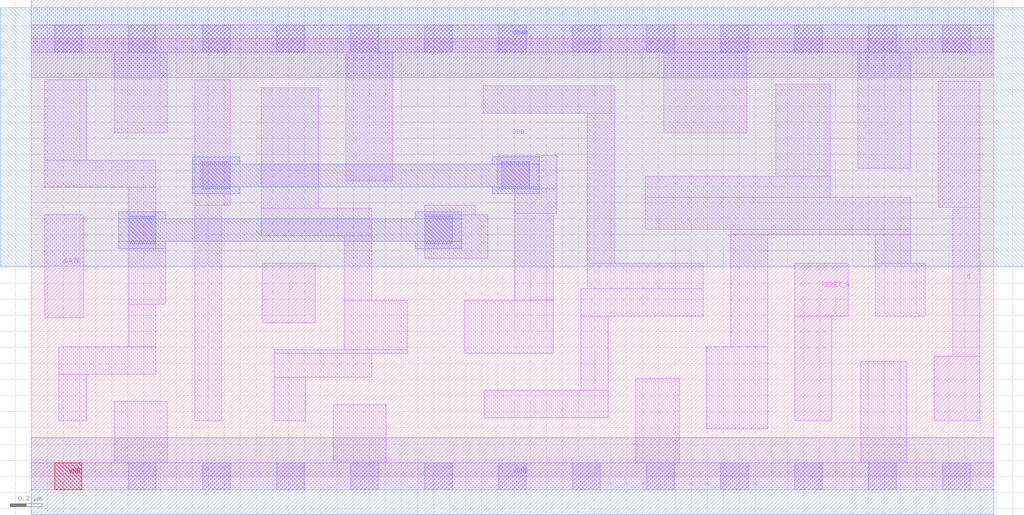
<source format=lef>
# Copyright 2020 The SkyWater PDK Authors
#
# Licensed under the Apache License, Version 2.0 (the "License");
# you may not use this file except in compliance with the License.
# You may obtain a copy of the License at
#
#     https://www.apache.org/licenses/LICENSE-2.0
#
# Unless required by applicable law or agreed to in writing, software
# distributed under the License is distributed on an "AS IS" BASIS,
# WITHOUT WARRANTIES OR CONDITIONS OF ANY KIND, either express or implied.
# See the License for the specific language governing permissions and
# limitations under the License.
#
# SPDX-License-Identifier: Apache-2.0

VERSION 5.7 ;
  NOWIREEXTENSIONATPIN ON ;
  DIVIDERCHAR "/" ;
  BUSBITCHARS "[]" ;
MACRO sky130_fd_sc_hd__dlrtp_1
  CLASS CORE ;
  FOREIGN sky130_fd_sc_hd__dlrtp_1 ;
  ORIGIN  0.000000  0.000000 ;
  SIZE  5.980000 BY  2.720000 ;
  SYMMETRY X Y R90 ;
  SITE unithd ;
  PIN D
    ANTENNAGATEAREA  0.159000 ;
    DIRECTION INPUT ;
    USE SIGNAL ;
    PORT
      LAYER li1 ;
        RECT 1.435000 0.955000 1.765000 1.325000 ;
    END
  END D
  PIN Q
    ANTENNADIFFAREA  0.429000 ;
    DIRECTION OUTPUT ;
    USE SIGNAL ;
    PORT
      LAYER li1 ;
        RECT 5.610000 0.345000 5.895000 0.745000 ;
        RECT 5.635000 1.670000 5.895000 2.455000 ;
        RECT 5.725000 0.745000 5.895000 1.670000 ;
    END
  END Q
  PIN RESET_B
    ANTENNAGATEAREA  0.247500 ;
    DIRECTION INPUT ;
    USE SIGNAL ;
    PORT
      LAYER li1 ;
        RECT 4.745000 0.345000 4.975000 0.995000 ;
        RECT 4.745000 0.995000 5.075000 1.325000 ;
    END
  END RESET_B
  PIN GATE
    ANTENNAGATEAREA  0.159000 ;
    DIRECTION INPUT ;
    USE CLOCK ;
    PORT
      LAYER li1 ;
        RECT 0.085000 0.985000 0.325000 1.625000 ;
    END
  END GATE
  PIN VGND
    DIRECTION INOUT ;
    SHAPE ABUTMENT ;
    USE GROUND ;
    PORT
      LAYER met1 ;
        RECT 0.000000 -0.240000 5.980000 0.240000 ;
    END
  END VGND
  PIN VNB
    DIRECTION INOUT ;
    USE GROUND ;
    PORT
      LAYER pwell ;
        RECT 0.145000 -0.085000 0.315000 0.085000 ;
    END
  END VNB
  PIN VPB
    DIRECTION INOUT ;
    USE POWER ;
    PORT
      LAYER nwell ;
        RECT -0.190000 1.305000 6.170000 2.910000 ;
    END
  END VPB
  PIN VPWR
    DIRECTION INOUT ;
    SHAPE ABUTMENT ;
    USE POWER ;
    PORT
      LAYER met1 ;
        RECT 0.000000 2.480000 5.980000 2.960000 ;
    END
  END VPWR
  OBS
    LAYER li1 ;
      RECT 0.000000 -0.085000 5.980000 0.085000 ;
      RECT 0.000000  2.635000 5.980000 2.805000 ;
      RECT 0.085000  1.795000 0.775000 1.965000 ;
      RECT 0.085000  1.965000 0.345000 2.465000 ;
      RECT 0.170000  0.345000 0.345000 0.635000 ;
      RECT 0.170000  0.635000 0.775000 0.805000 ;
      RECT 0.515000  0.085000 0.845000 0.465000 ;
      RECT 0.515000  2.135000 0.845000 2.635000 ;
      RECT 0.605000  0.805000 0.775000 1.070000 ;
      RECT 0.605000  1.070000 0.835000 1.400000 ;
      RECT 0.605000  1.400000 0.775000 1.795000 ;
      RECT 1.015000  0.345000 1.185000 1.685000 ;
      RECT 1.015000  1.685000 1.235000 2.465000 ;
      RECT 1.430000  1.495000 2.115000 1.665000 ;
      RECT 1.430000  1.665000 1.785000 2.415000 ;
      RECT 1.510000  0.345000 1.705000 0.615000 ;
      RECT 1.510000  0.615000 2.115000 0.765000 ;
      RECT 1.510000  0.765000 2.335000 0.785000 ;
      RECT 1.875000  0.085000 2.205000 0.445000 ;
      RECT 1.945000  0.785000 2.335000 1.095000 ;
      RECT 1.945000  1.095000 2.115000 1.495000 ;
      RECT 1.955000  1.835000 2.245000 2.635000 ;
      RECT 2.445000  1.355000 2.835000 1.625000 ;
      RECT 2.445000  1.625000 2.760000 1.685000 ;
      RECT 2.690000  0.765000 3.245000 1.095000 ;
      RECT 2.810000  2.255000 3.625000 2.425000 ;
      RECT 2.815000  0.365000 3.585000 0.535000 ;
      RECT 2.900000  1.785000 3.265000 1.995000 ;
      RECT 3.005000  1.095000 3.245000 1.635000 ;
      RECT 3.005000  1.635000 3.265000 1.785000 ;
      RECT 3.415000  0.535000 3.585000 0.995000 ;
      RECT 3.415000  0.995000 4.175000 1.165000 ;
      RECT 3.455000  1.165000 4.175000 1.325000 ;
      RECT 3.455000  1.325000 3.625000 2.255000 ;
      RECT 3.755000  0.085000 4.025000 0.610000 ;
      RECT 3.815000  1.535000 5.465000 1.735000 ;
      RECT 3.815000  1.735000 4.965000 1.865000 ;
      RECT 3.930000  2.135000 4.445000 2.635000 ;
      RECT 4.195000  0.295000 4.575000 0.805000 ;
      RECT 4.345000  0.805000 4.575000 1.505000 ;
      RECT 4.345000  1.505000 5.465000 1.535000 ;
      RECT 4.625000  1.865000 4.965000 2.435000 ;
      RECT 5.135000  1.915000 5.465000 2.635000 ;
      RECT 5.155000  0.085000 5.440000 0.715000 ;
      RECT 5.245000  0.995000 5.555000 1.325000 ;
      RECT 5.245000  1.325000 5.465000 1.505000 ;
    LAYER mcon ;
      RECT 0.145000 -0.085000 0.315000 0.085000 ;
      RECT 0.145000  2.635000 0.315000 2.805000 ;
      RECT 0.605000 -0.085000 0.775000 0.085000 ;
      RECT 0.605000  1.445000 0.775000 1.615000 ;
      RECT 0.605000  2.635000 0.775000 2.805000 ;
      RECT 1.065000 -0.085000 1.235000 0.085000 ;
      RECT 1.065000  1.785000 1.235000 1.955000 ;
      RECT 1.065000  2.635000 1.235000 2.805000 ;
      RECT 1.525000 -0.085000 1.695000 0.085000 ;
      RECT 1.525000  2.635000 1.695000 2.805000 ;
      RECT 1.985000 -0.085000 2.155000 0.085000 ;
      RECT 1.985000  2.635000 2.155000 2.805000 ;
      RECT 2.445000 -0.085000 2.615000 0.085000 ;
      RECT 2.445000  1.445000 2.615000 1.615000 ;
      RECT 2.445000  2.635000 2.615000 2.805000 ;
      RECT 2.905000 -0.085000 3.075000 0.085000 ;
      RECT 2.905000  2.635000 3.075000 2.805000 ;
      RECT 2.925000  1.785000 3.095000 1.955000 ;
      RECT 3.365000 -0.085000 3.535000 0.085000 ;
      RECT 3.365000  2.635000 3.535000 2.805000 ;
      RECT 3.825000 -0.085000 3.995000 0.085000 ;
      RECT 3.825000  2.635000 3.995000 2.805000 ;
      RECT 4.285000 -0.085000 4.455000 0.085000 ;
      RECT 4.285000  2.635000 4.455000 2.805000 ;
      RECT 4.745000 -0.085000 4.915000 0.085000 ;
      RECT 4.745000  2.635000 4.915000 2.805000 ;
      RECT 5.205000 -0.085000 5.375000 0.085000 ;
      RECT 5.205000  2.635000 5.375000 2.805000 ;
      RECT 5.665000 -0.085000 5.835000 0.085000 ;
      RECT 5.665000  2.635000 5.835000 2.805000 ;
    LAYER met1 ;
      RECT 0.545000 1.415000 0.835000 1.460000 ;
      RECT 0.545000 1.460000 2.675000 1.600000 ;
      RECT 0.545000 1.600000 0.835000 1.645000 ;
      RECT 1.005000 1.755000 1.295000 1.800000 ;
      RECT 1.005000 1.800000 3.155000 1.940000 ;
      RECT 1.005000 1.940000 1.295000 1.985000 ;
      RECT 2.385000 1.415000 2.675000 1.460000 ;
      RECT 2.385000 1.600000 2.675000 1.645000 ;
      RECT 2.865000 1.755000 3.155000 1.800000 ;
      RECT 2.865000 1.940000 3.155000 1.985000 ;
  END
END sky130_fd_sc_hd__dlrtp_1
END LIBRARY

</source>
